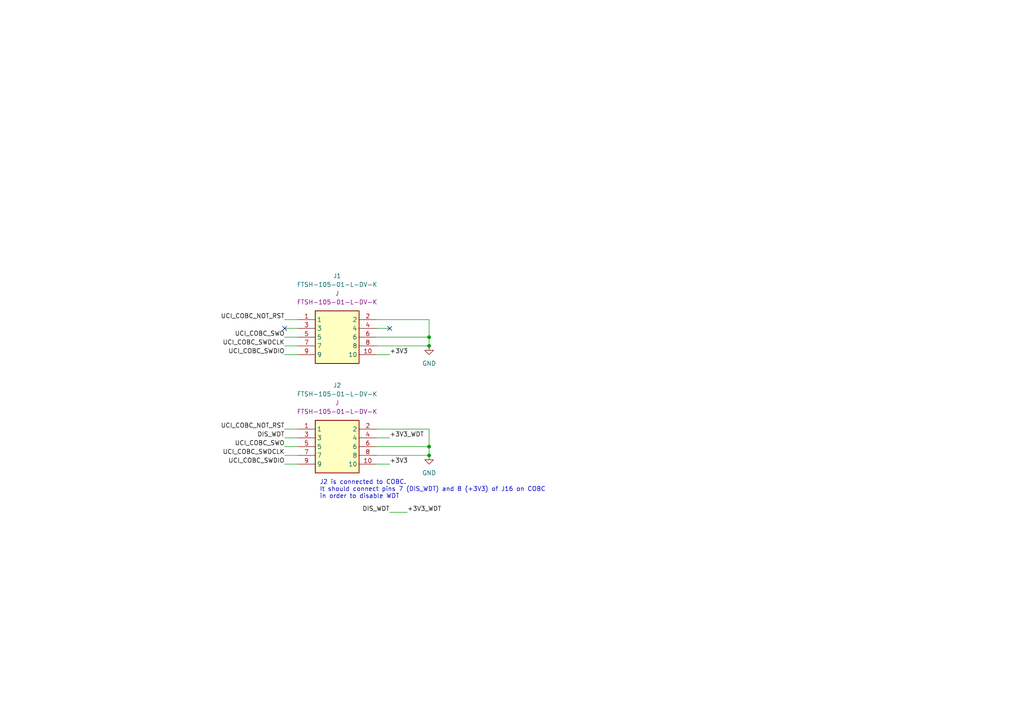
<source format=kicad_sch>
(kicad_sch (version 20211123) (generator eeschema)
  (paper "A4")
  (title_block (title "STlink to COBC adapter") (date "2024-09-02") (rev "1.0") (company "TU Wien Space Team"))
  (lib_symbols
    (symbol "SWD-Adapter:FTSH-105-01-L-DV-K"
      (property "Value" "FTSH-105-01-L-DV-K" (at 11.43 -15.24 0))
      (property "Reference_1" "J" (at 19.05 7.62 0))
      (property "Value_1" "FTSH-105-01-L-DV-K" (at 19.05 5.08 0))
      (symbol "FTSH-105-01-L-DV-K_1_1"
        (rectangle (start 5.08 2.54) (end 17.78 -12.7) (stroke (width 0.254)) (fill (type background)))
        (pin passive line (at 0 0 0) (length 5.08) (name "1") (number "1"))
        (pin passive line (at 22.86 -10.16 180) (length 5.08) (name "10") (number "10"))
        (pin passive line (at 22.86 0 180) (length 5.08) (name "2") (number "2"))
        (pin passive line (at 0 -2.54 0) (length 5.08) (name "3") (number "3"))
        (pin passive line (at 22.86 -2.54 180) (length 5.08) (name "4") (number "4"))
        (pin passive line (at 0 -5.08 0) (length 5.08) (name "5") (number "5"))
        (pin passive line (at 22.86 -5.08 180) (length 5.08) (name "6") (number "6"))
        (pin passive line (at 0 -7.62 0) (length 5.08) (name "7") (number "7"))
        (pin passive line (at 22.86 -7.62 180) (length 5.08) (name "8") (number "8"))
        (pin passive line (at 0 -10.16 0) (length 5.08) (name "9") (number "9"))
      )
    )
    (symbol "power:GND" (power) (pin_names (offset 0))
      (property "Value" "GND" (at 0 -3.81 0))
      (symbol "GND_0_1"
        (polyline (pts (xy 0 0) (xy 0 -1.27) (xy 1.27 -1.27) (xy 0 -2.54) (xy -1.27 -1.27) (xy 0 -1.27)))
      )
      (symbol "GND_1_1"
        (pin power_in line (at 0 0 270) (length 0) hide (name "GND") (number "1"))
      )
    )
  )
  (junction (at 124.46 132.08))
  (junction (at 124.46 97.79))
  (junction (at 124.46 129.54))
  (junction (at 124.46 100.33))
  (no_connect (at 113.03 95.25))
  (no_connect (at 82.55 95.25))
  (wire (pts (xy 109.22 129.54) (xy 124.46 129.54)))
  (wire (pts (xy 109.22 95.25) (xy 113.03 95.25)))
  (wire (pts (xy 109.22 100.33) (xy 124.46 100.33)))
  (wire (pts (xy 82.55 95.25) (xy 86.36 95.25)))
  (wire (pts (xy 109.22 132.08) (xy 124.46 132.08)))
  (wire (pts (xy 124.46 92.71) (xy 124.46 97.79)))
  (wire (pts (xy 82.55 102.87) (xy 86.36 102.87)))
  (wire (pts (xy 124.46 124.46) (xy 124.46 129.54)))
  (wire (pts (xy 124.46 97.79) (xy 124.46 100.33)))
  (wire (pts (xy 82.55 132.08) (xy 86.36 132.08)))
  (wire (pts (xy 109.22 134.62) (xy 113.03 134.62)))
  (wire (pts (xy 82.55 92.71) (xy 86.36 92.71)))
  (wire (pts (xy 82.55 129.54) (xy 86.36 129.54)))
  (wire (pts (xy 109.22 124.46) (xy 124.46 124.46)))
  (wire (pts (xy 82.55 134.62) (xy 86.36 134.62)))
  (wire (pts (xy 109.22 102.87) (xy 113.03 102.87)))
  (wire (pts (xy 124.46 129.54) (xy 124.46 132.08)))
  (wire (pts (xy 109.22 127) (xy 113.03 127)))
  (wire (pts (xy 82.55 127) (xy 86.36 127)))
  (wire (pts (xy 113.03 148.59) (xy 118.11 148.59)))
  (wire (pts (xy 109.22 92.71) (xy 124.46 92.71)))
  (wire (pts (xy 82.55 124.46) (xy 86.36 124.46)))
  (wire (pts (xy 82.55 97.79) (xy 86.36 97.79)))
  (wire (pts (xy 109.22 97.79) (xy 124.46 97.79)))
  (wire (pts (xy 82.55 100.33) (xy 86.36 100.33)))
  (text "J2 is connected to COBC.\nIt should connect pins 7 (DIS_WDT) and 8 (+3V3) of J16 on COBC\nin order to disable WDT" (at 92.71 144.78 0) (effects (font (size 1.27 1.27)) (justify left bottom)))
  (label "UCI_COBC_SWDCLK" (at 82.55 132.08 180))
  (label "UCI_COBC_SWO" (at 82.55 97.79 180))
  (label "UCI_COBC_SWDCLK" (at 82.55 100.33 180))
  (label "DIS_WDT" (at 113.03 148.59 180))
  (label "+3V3_WDT" (at 118.11 148.59 0))
  (label "UCI_COBC_NOT_RST" (at 82.55 124.46 180))
  (label "UCI_COBC_NOT_RST" (at 82.55 92.71 180))
  (label "UCI_COBC_SWDIO" (at 82.55 134.62 180))
  (label "+3V3_WDT" (at 113.03 127 0))
  (label "UCI_COBC_SWO" (at 82.55 129.54 180))
  (label "+3V3" (at 113.03 134.62 0))
  (label "DIS_WDT" (at 82.55 127 180))
  (label "+3V3" (at 113.03 102.87 0))
  (label "UCI_COBC_SWDIO" (at 82.55 102.87 180))
  (symbol (lib_id "power:GND") (at 124.46 132.08 0) (unit 1)
    (property "Reference" "#PWR0102" (effects hide))
    (property "Value" "GND" (at 124.46 137.16 0))
  )
  (symbol (lib_id "SWD-Adapter:FTSH-105-01-L-DV-K") (at 86.36 92.71 0) (unit 1)
    (property "Reference" "J1" (at 97.79 80.01 0))
    (property "Value" "FTSH-105-01-L-DV-K" (at 97.79 82.55 0))
    (property "Footprint" "SWD-Adapter:FTSH10501LDVK" (effects hide))
    (property "Reference_1" "J" (at 97.79 85.09 0))
    (property "Value_1" "FTSH-105-01-L-DV-K" (at 97.79 87.63 0))
    (property "Footprint_1" "FTSH10501LDVK" (effects hide))
    (property "Datasheet_1" "https://www.arrow.com/en/products/ftsh-105-01-l-dv-k/samtec" (effects hide))
    (property "Height" "6.1" (effects hide))
    (property "Mouser Part Number" "200-FTSH10501LDVK" (effects hide))
    (property "Mouser Price/Stock" "https://www.mouser.co.uk/ProductDetail/Samtec/FTSH-105-01-L-DV-K?qs=%252B5JSS813miOqo3Vy%252BvhCFg%3D%3D" (effects hide))
    (property "Manufacturer_Name" "SAMTEC" (effects hide))
    (property "Manufacturer_Part_Number" "FTSH-105-01-L-DV-K" (effects hide))
  )
  (symbol (lib_id "power:GND") (at 124.46 100.33 0) (unit 1)
    (property "Reference" "#PWR0101" (effects hide))
    (property "Value" "GND" (at 124.46 105.41 0))
  )
  (symbol (lib_id "SWD-Adapter:FTSH-105-01-L-DV-K") (at 86.36 124.46 0) (unit 1)
    (property "Reference" "J2" (at 97.79 111.76 0))
    (property "Value" "FTSH-105-01-L-DV-K" (at 97.79 114.3 0))
    (property "Footprint" "SWD-Adapter:FTSH10501LDVK" (effects hide))
    (property "Reference_1" "J" (at 97.79 116.84 0))
    (property "Value_1" "FTSH-105-01-L-DV-K" (at 97.79 119.38 0))
    (property "Footprint_1" "FTSH10501LDVK" (effects hide))
    (property "Datasheet_1" "https://www.arrow.com/en/products/ftsh-105-01-l-dv-k/samtec" (effects hide))
    (property "Height" "6.1" (effects hide))
    (property "Mouser Part Number" "200-FTSH10501LDVK" (effects hide))
    (property "Mouser Price/Stock" "https://www.mouser.co.uk/ProductDetail/Samtec/FTSH-105-01-L-DV-K?qs=%252B5JSS813miOqo3Vy%252BvhCFg%3D%3D" (effects hide))
    (property "Manufacturer_Name" "SAMTEC" (effects hide))
    (property "Manufacturer_Part_Number" "FTSH-105-01-L-DV-K" (effects hide))
  )
)
</source>
